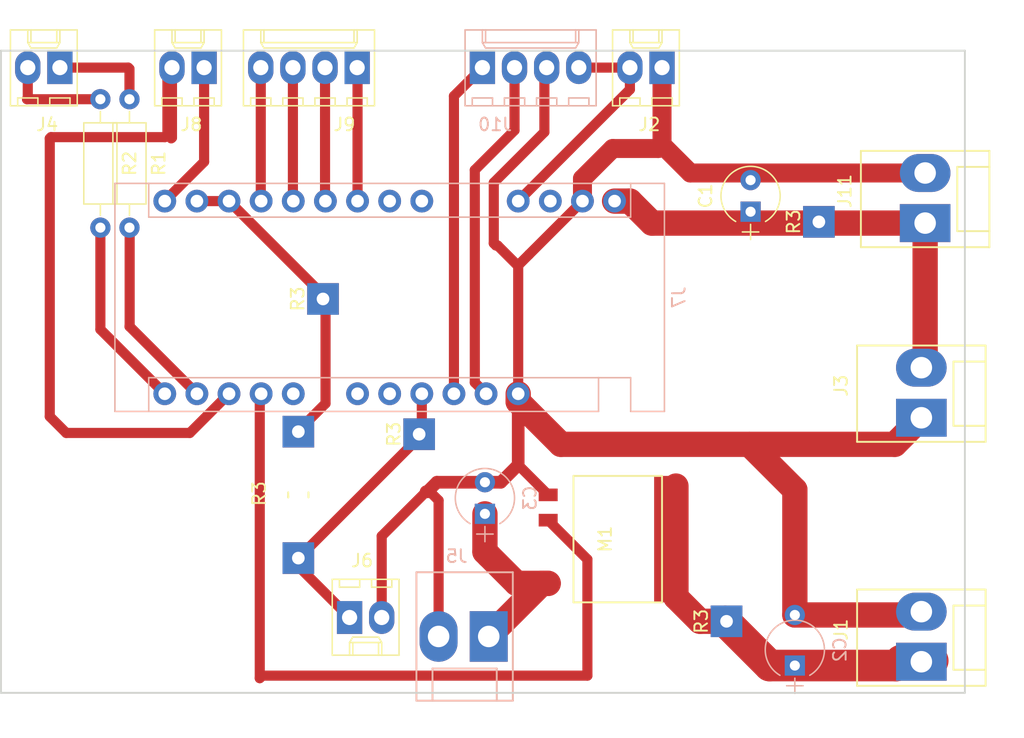
<source format=kicad_pcb>
(kicad_pcb (version 4) (host pcbnew 4.0.6)

  (general
    (links 38)
    (no_connects 13)
    (area 78.664999 82.425 159.66 140.62024)
    (thickness 1.6)
    (drawings 4)
    (tracks 124)
    (zones 0)
    (modules 22)
    (nets 20)
  )

  (page A4)
  (layers
    (0 F.Cu signal)
    (31 B.Cu signal)
    (32 B.Adhes user)
    (33 F.Adhes user)
    (34 B.Paste user)
    (35 F.Paste user)
    (36 B.SilkS user)
    (37 F.SilkS user)
    (38 B.Mask user)
    (39 F.Mask user)
    (40 Dwgs.User user)
    (41 Cmts.User user)
    (42 Eco1.User user)
    (43 Eco2.User user)
    (44 Edge.Cuts user)
    (45 Margin user)
    (46 B.CrtYd user)
    (47 F.CrtYd user)
    (48 B.Fab user)
    (49 F.Fab user)
  )

  (setup
    (last_trace_width 2)
    (trace_clearance 0)
    (zone_clearance 0.508)
    (zone_45_only no)
    (trace_min 0.2)
    (segment_width 0.2)
    (edge_width 0.15)
    (via_size 0.6)
    (via_drill 0.4)
    (via_min_size 0.4)
    (via_min_drill 0.3)
    (uvia_size 0.3)
    (uvia_drill 0.1)
    (uvias_allowed no)
    (uvia_min_size 0.2)
    (uvia_min_drill 0.1)
    (pcb_text_width 0.3)
    (pcb_text_size 1.5 1.5)
    (mod_edge_width 0.15)
    (mod_text_size 1 1)
    (mod_text_width 0.15)
    (pad_size 1 1.5)
    (pad_drill 0)
    (pad_to_mask_clearance 0.2)
    (aux_axis_origin 0 0)
    (visible_elements 7FFFF7FF)
    (pcbplotparams
      (layerselection 0x3ffff_80000001)
      (usegerberextensions false)
      (excludeedgelayer true)
      (linewidth 0.100000)
      (plotframeref false)
      (viasonmask false)
      (mode 1)
      (useauxorigin false)
      (hpglpennumber 1)
      (hpglpenspeed 20)
      (hpglpendiameter 15)
      (hpglpenoverlay 2)
      (psnegative false)
      (psa4output false)
      (plotreference false)
      (plotvalue false)
      (plotinvisibletext false)
      (padsonsilk false)
      (subtractmaskfromsilk false)
      (outputformat 4)
      (mirror false)
      (drillshape 0)
      (scaleselection 1)
      (outputdirectory ""))
  )

  (net 0 "")
  (net 1 GND)
  (net 2 "Net-(J7-PadA1)")
  (net 3 "Net-(J4-Pad1)")
  (net 4 "Net-(J4-Pad2)")
  (net 5 "Net-(J7-PadA3)")
  (net 6 +24V)
  (net 7 "Net-(J6-Pad1)")
  (net 8 "Net-(J7-PadA0)")
  (net 9 "Net-(J10-Pad1)")
  (net 10 "Net-(J7-PadA2)")
  (net 11 "Net-(J10-Pad2)")
  (net 12 "Net-(J7-PadD11)")
  (net 13 "Net-(J7-PadD12)")
  (net 14 "Net-(J7-Pad3.3V)")
  (net 15 +5V)
  (net 16 "Net-(J7-PadD4)")
  (net 17 "Net-(J7-PadA5)")
  (net 18 "Net-(C1-Pad1)")
  (net 19 +12V)

  (net_class Default "This is the default net class."
    (clearance 0)
    (trace_width 2)
    (via_dia 0.6)
    (via_drill 0.4)
    (uvia_dia 0.3)
    (uvia_drill 0.1)
    (add_net +12V)
    (add_net +24V)
    (add_net +5V)
    (add_net GND)
    (add_net "Net-(C1-Pad1)")
    (add_net "Net-(J10-Pad1)")
    (add_net "Net-(J10-Pad2)")
    (add_net "Net-(J4-Pad1)")
    (add_net "Net-(J4-Pad2)")
    (add_net "Net-(J6-Pad1)")
    (add_net "Net-(J7-Pad3.3V)")
    (add_net "Net-(J7-PadA0)")
    (add_net "Net-(J7-PadA1)")
    (add_net "Net-(J7-PadA2)")
    (add_net "Net-(J7-PadA3)")
    (add_net "Net-(J7-PadA5)")
    (add_net "Net-(J7-PadD11)")
    (add_net "Net-(J7-PadD12)")
    (add_net "Net-(J7-PadD4)")
  )

  (net_class +24V ""
    (clearance 0)
    (trace_width 1.5)
    (via_dia 0.6)
    (via_drill 0.4)
    (uvia_dia 0.3)
    (uvia_drill 0.1)
  )

  (module Resistors_Universal:Resistor_SMD+THTuniversal_0805to1206_RM10_HandSoldering (layer F.Cu) (tedit 599B0172) (tstamp 59A2C925)
    (at 111.8 111.7 90)
    (descr "Resistor, SMD and THT, universal, 0805 to 1206,RM10,  Hand soldering,")
    (tags "Resistor, SMD and THT, universal, 0805 to 1206, RM10, Hand soldering,")
    (path /5991FC7B)
    (fp_text reference R3 (at -5 -2 90) (layer F.SilkS)
      (effects (font (size 1 1) (thickness 0.15)))
    )
    (fp_text value "" (at -0.39878 2.70116 90) (layer F.Fab)
      (effects (font (size 1 1) (thickness 0.15)))
    )
    (pad 1 thru_hole rect (at -5.00126 0 270) (size 2.5 2.5) (drill 1.00076) (layers *.Cu *.Mask)
      (net 7 "Net-(J6-Pad1)"))
  )

  (module Resistors_Universal:Resistor_SMD+THTuniversal_0805to1206_RM10_HandSoldering (layer F.Cu) (tedit 599B0172) (tstamp 59A2C91E)
    (at 104.2 101 90)
    (descr "Resistor, SMD and THT, universal, 0805 to 1206,RM10,  Hand soldering,")
    (tags "Resistor, SMD and THT, universal, 0805 to 1206, RM10, Hand soldering,")
    (path /5991FC7B)
    (fp_text reference R3 (at -5 -2 90) (layer F.SilkS)
      (effects (font (size 1 1) (thickness 0.15)))
    )
    (fp_text value "" (at -0.39878 2.70116 90) (layer F.Fab)
      (effects (font (size 1 1) (thickness 0.15)))
    )
    (pad 1 thru_hole rect (at -5.00126 0 270) (size 2.5 2.5) (drill 1.00076) (layers *.Cu *.Mask)
      (net 7 "Net-(J6-Pad1)"))
  )

  (module Resistors_Universal:Resistor_SMD+THTuniversal_0805to1206_RM10_HandSoldering (layer F.Cu) (tedit 599B0172) (tstamp 59A2C914)
    (at 136.1 126.5 90)
    (descr "Resistor, SMD and THT, universal, 0805 to 1206,RM10,  Hand soldering,")
    (tags "Resistor, SMD and THT, universal, 0805 to 1206, RM10, Hand soldering,")
    (path /5991FC7B)
    (fp_text reference R3 (at -5 -2 90) (layer F.SilkS)
      (effects (font (size 1 1) (thickness 0.15)))
    )
    (fp_text value "" (at -0.39878 2.70116 90) (layer F.Fab)
      (effects (font (size 1 1) (thickness 0.15)))
    )
    (pad 1 thru_hole rect (at -5.00126 0 270) (size 2.5 2.5) (drill 1.00076) (layers *.Cu *.Mask)
      (net 7 "Net-(J6-Pad1)"))
  )

  (module Resistors_Universal:Resistor_SMD+THTuniversal_0805to1206_RM10_HandSoldering (layer F.Cu) (tedit 599B0143) (tstamp 59A2C8B8)
    (at 143.4 94.9 90)
    (descr "Resistor, SMD and THT, universal, 0805 to 1206,RM10,  Hand soldering,")
    (tags "Resistor, SMD and THT, universal, 0805 to 1206, RM10, Hand soldering,")
    (path /5991FC7B)
    (fp_text reference R3 (at -5 -2 90) (layer F.SilkS)
      (effects (font (size 1 1) (thickness 0.15)))
    )
    (fp_text value 50k (at -0.39878 2.70116 90) (layer F.Fab)
      (effects (font (size 1 1) (thickness 0.15)))
    )
    (pad 1 thru_hole rect (at -5.00126 0 270) (size 2.5 2.5) (drill 1.00076) (layers *.Cu *.Mask)
      (net 7 "Net-(J6-Pad1)"))
  )

  (module Capacitors_THT:CP_Radial_Tantal_D4.5mm_P2.50mm (layer B.Cu) (tedit 59972861) (tstamp 59931939)
    (at 141.5 135 90)
    (descr "CP, Radial_Tantal series, Radial, pin pitch=2.50mm, , diameter=4.5mm, Tantal Electrolytic Capacitor, http://cdn-reichelt.de/documents/datenblatt/B300/TANTAL-TB-Serie%23.pdf")
    (tags "CP Radial_Tantal series Radial pin pitch 2.50mm  diameter 4.5mm Tantal Electrolytic Capacitor")
    (path /5993144A)
    (fp_text reference C2 (at 1.25 3.56 90) (layer B.SilkS)
      (effects (font (size 1 1) (thickness 0.15)) (justify mirror))
    )
    (fp_text value CP1 (at 1.25 -3.56 90) (layer B.Fab)
      (effects (font (size 1 1) (thickness 0.15)) (justify mirror))
    )
    (fp_arc (start 1.25 0) (end -0.770693 1.18) (angle -119.4) (layer B.SilkS) (width 0.12))
    (fp_arc (start 1.25 0) (end -0.770693 -1.18) (angle 119.4) (layer B.SilkS) (width 0.12))
    (fp_arc (start 1.25 0) (end 3.270693 1.18) (angle -60.6) (layer B.SilkS) (width 0.12))
    (fp_circle (center 1.25 0) (end 3.5 0) (layer B.Fab) (width 0.1))
    (fp_line (start -2.2 0) (end -1 0) (layer B.Fab) (width 0.1))
    (fp_line (start -1.6 0.65) (end -1.6 -0.65) (layer B.Fab) (width 0.1))
    (fp_line (start -2.2 0) (end -1 0) (layer B.SilkS) (width 0.12))
    (fp_line (start -1.6 0.65) (end -1.6 -0.65) (layer B.SilkS) (width 0.12))
    (fp_line (start -1.35 2.6) (end -1.35 -2.6) (layer B.CrtYd) (width 0.05))
    (fp_line (start -1.35 -2.6) (end 3.85 -2.6) (layer B.CrtYd) (width 0.05))
    (fp_line (start 3.85 -2.6) (end 3.85 2.6) (layer B.CrtYd) (width 0.05))
    (fp_line (start 3.85 2.6) (end -1.35 2.6) (layer B.CrtYd) (width 0.05))
    (fp_text user %R (at 0.67 -0.65 90) (layer B.Fab)
      (effects (font (size 1 1) (thickness 0.15)) (justify mirror))
    )
    (pad 1 thru_hole rect (at 0 0 90) (size 1.6 1.6) (drill 0.8) (layers *.Cu *.Mask)
      (net 6 +24V))
    (pad 2 thru_hole circle (at 4 0 90) (size 1.6 1.6) (drill 0.8) (layers *.Cu *.Mask)
      (net 1 GND))
    (model ${KISYS3DMOD}/Capacitors_THT.3dshapes/CP_Radial_Tantal_D4.5mm_P2.50mm.wrl
      (at (xyz 0 0 0))
      (scale (xyz 1 1 1))
      (rotate (xyz 0 0 0))
    )
  )

  (module Modules:Arduino_Nano (layer B.Cu) (tedit 59C5582F) (tstamp 59931A9B)
    (at 127.25 113.5 90)
    (descr "Arduino Nano, http://www.mouser.com/pdfdocs/Gravitech_Arduino_Nano3_0.pdf")
    (tags "Arduino Nano")
    (path /5991E2A5)
    (fp_text reference J7 (at 7.62 5.08 90) (layer B.SilkS)
      (effects (font (size 1 1) (thickness 0.15)) (justify mirror))
    )
    (fp_text value "Arduino Micro" (at 8.89 -19.05 360) (layer B.Fab)
      (effects (font (size 1 1) (thickness 0.15)) (justify mirror))
    )
    (fp_text user %R (at 6.35 -19.05 360) (layer B.Fab)
      (effects (font (size 1 1) (thickness 0.15)) (justify mirror))
    )
    (fp_line (start 1.27 -1.27) (end 1.27 1.27) (layer B.SilkS) (width 0.12))
    (fp_line (start 1.27 1.27) (end -1.4 1.27) (layer B.SilkS) (width 0.12))
    (fp_line (start -1.4 -1.27) (end -1.4 -39.5) (layer B.SilkS) (width 0.12))
    (fp_line (start -1.4 3.94) (end -1.4 1.27) (layer B.SilkS) (width 0.12))
    (fp_line (start 13.97 1.27) (end 16.64 1.27) (layer B.SilkS) (width 0.12))
    (fp_line (start 13.97 1.27) (end 13.97 -36.83) (layer B.SilkS) (width 0.12))
    (fp_line (start 13.97 -36.83) (end 16.64 -36.83) (layer B.SilkS) (width 0.12))
    (fp_line (start 1.27 -1.27) (end -1.4 -1.27) (layer B.SilkS) (width 0.12))
    (fp_line (start 1.27 -1.27) (end 1.27 -36.83) (layer B.SilkS) (width 0.12))
    (fp_line (start 1.27 -36.83) (end -1.4 -36.83) (layer B.SilkS) (width 0.12))
    (fp_line (start 3.81 -31.75) (end 11.43 -31.75) (layer B.Fab) (width 0.1))
    (fp_line (start 11.43 -31.75) (end 11.43 -41.91) (layer B.Fab) (width 0.1))
    (fp_line (start 11.43 -41.91) (end 3.81 -41.91) (layer B.Fab) (width 0.1))
    (fp_line (start 3.81 -41.91) (end 3.81 -31.75) (layer B.Fab) (width 0.1))
    (fp_line (start -1.4 -39.5) (end 16.64 -39.5) (layer B.SilkS) (width 0.12))
    (fp_line (start 16.64 -39.5) (end 16.64 3.94) (layer B.SilkS) (width 0.12))
    (fp_line (start 16.64 3.94) (end -1.4 3.94) (layer B.SilkS) (width 0.12))
    (fp_line (start 16.51 -39.37) (end -1.27 -39.37) (layer B.Fab) (width 0.1))
    (fp_line (start -1.27 -39.37) (end -1.27 2.54) (layer B.Fab) (width 0.1))
    (fp_line (start -1.27 2.54) (end 0 3.81) (layer B.Fab) (width 0.1))
    (fp_line (start 0 3.81) (end 16.51 3.81) (layer B.Fab) (width 0.1))
    (fp_line (start 16.51 3.81) (end 16.51 -39.37) (layer B.Fab) (width 0.1))
    (fp_line (start -1.53 4.06) (end 16.75 4.06) (layer B.CrtYd) (width 0.05))
    (fp_line (start -1.53 4.06) (end -1.53 -42.16) (layer B.CrtYd) (width 0.05))
    (fp_line (start 16.75 -42.16) (end 16.75 4.06) (layer B.CrtYd) (width 0.05))
    (fp_line (start 16.75 -42.16) (end -1.53 -42.16) (layer B.CrtYd) (width 0.05))
    (pad 3.3V thru_hole oval (at 15.24 -33.02 90) (size 1.8 1.8) (drill 1) (layers *.Cu *.Mask)
      (net 14 "Net-(J7-Pad3.3V)"))
    (pad AREF thru_hole oval (at 15.24 -30.48 90) (size 1.8 1.8) (drill 1) (layers *.Cu *.Mask)
      (net 14 "Net-(J7-Pad3.3V)"))
    (pad A0 thru_hole oval (at 15.24 -27.94 90) (size 1.8 1.8) (drill 1) (layers *.Cu *.Mask)
      (net 8 "Net-(J7-PadA0)"))
    (pad GND thru_hole oval (at 0 -7.62 90) (size 1.8 1.8) (drill 1) (layers *.Cu *.Mask)
      (net 1 GND))
    (pad A1 thru_hole oval (at 15.24 -25.4 90) (size 1.8 1.8) (drill 1) (layers *.Cu *.Mask)
      (net 2 "Net-(J7-PadA1)"))
    (pad SDA thru_hole oval (at 0 -10.16 90) (size 1.8 1.8) (drill 1) (layers *.Cu *.Mask)
      (net 9 "Net-(J10-Pad1)"))
    (pad A2 thru_hole oval (at 15.24 -22.86 90) (size 1.8 1.8) (drill 1) (layers *.Cu *.Mask)
      (net 10 "Net-(J7-PadA2)"))
    (pad SCL thru_hole oval (at 0 -12.7 90) (size 1.8 1.8) (drill 1) (layers *.Cu *.Mask)
      (net 11 "Net-(J10-Pad2)"))
    (pad A3 thru_hole oval (at 15.24 -20.32 90) (size 1.8 1.8) (drill 1) (layers *.Cu *.Mask)
      (net 5 "Net-(J7-PadA3)"))
    (pad D4 thru_hole oval (at 0 -15.24 90) (size 1.8 1.8) (drill 1) (layers *.Cu *.Mask)
      (net 16 "Net-(J7-PadD4)"))
    (pad A4 thru_hole oval (at 15.24 -17.78 90) (size 1.8 1.8) (drill 1) (layers *.Cu *.Mask)
      (net 7 "Net-(J6-Pad1)"))
    (pad D5 thru_hole oval (at 0 -17.78 90) (size 1.8 1.8) (drill 1) (layers *.Cu *.Mask))
    (pad A5 thru_hole oval (at 15.24 -15.24 90) (size 1.8 1.8) (drill 1) (layers *.Cu *.Mask)
      (net 17 "Net-(J7-PadA5)"))
    (pad D6 thru_hole oval (at 0 -20.32 90) (size 1.8 1.8) (drill 1) (layers *.Cu *.Mask))
    (pad D8 thru_hole oval (at 0 -25.4 90) (size 1.8 1.8) (drill 1) (layers *.Cu *.Mask))
    (pad 5v thru_hole oval (at 15.24 -7.62 90) (size 1.8 1.8) (drill 1) (layers *.Cu *.Mask))
    (pad D9 thru_hole oval (at 0 -27.94 90) (size 1.8 1.8) (drill 1) (layers *.Cu *.Mask))
    (pad RS thru_hole oval (at 15.24 -5.08 90) (size 1.8 1.8) (drill 1) (layers *.Cu *.Mask))
    (pad D10 thru_hole oval (at 0 -30.48 90) (size 1.8 1.8) (drill 1) (layers *.Cu *.Mask))
    (pad GND thru_hole oval (at 15.24 -2.54 90) (size 1.8 1.8) (drill 1) (layers *.Cu *.Mask)
      (net 1 GND))
    (pad D11 thru_hole oval (at 0 -33.02 90) (size 1.8 1.8) (drill 1) (layers *.Cu *.Mask)
      (net 12 "Net-(J7-PadD11)"))
    (pad Vin thru_hole oval (at 15.24 0 90) (size 1.8 1.8) (drill 1) (layers *.Cu *.Mask)
      (net 19 +12V))
    (pad D12 thru_hole oval (at 0 -35.56 90) (size 1.8 1.8) (drill 1) (layers *.Cu *.Mask)
      (net 13 "Net-(J7-PadD12)"))
    (pad D13 thru_hole oval (at 15.24 -35.56 90) (size 1.8 1.8) (drill 1) (layers *.Cu *.Mask))
  )

  (module MyFootprints:VN750PT (layer F.Cu) (tedit 59C5583D) (tstamp 59931AE3)
    (at 128 125 270)
    (path /5991F16C)
    (fp_text reference M1 (at 0 1.5 270) (layer F.SilkS)
      (effects (font (size 1 1) (thickness 0.15)))
    )
    (fp_text value VN750PT (at 0 -0.54 270) (layer F.Fab)
      (effects (font (size 1 1) (thickness 0.15)))
    )
    (fp_line (start 5 4) (end 5 -3) (layer F.SilkS) (width 0.15))
    (fp_line (start 5 -3) (end -5 -3) (layer F.SilkS) (width 0.15))
    (fp_line (start -5 -3) (end -5 4) (layer F.SilkS) (width 0.15))
    (fp_line (start -5 4) (end 5 4) (layer F.SilkS) (width 0.15))
    (pad Vcc smd rect (at 0 -3 270) (size 10 1.25) (layers F.Cu F.Paste F.Mask))
    (pad GND smd rect (at -3.5 6 270) (size 1 1.5) (layers F.Cu F.Paste F.Mask))
    (pad Inpu smd rect (at -1.5 6 270) (size 1 1.5) (layers F.Cu F.Paste F.Mask))
    (pad Vout smd rect (at 3.5 6 270) (size 1 1.5) (layers F.Cu F.Paste F.Mask)
      (net 6 +24V))
  )

  (module Resistors_Universal:Resistor_SMD+THTuniversal_0805to1206_RM10_HandSoldering (layer F.Cu) (tedit 5995A818) (tstamp 59931B19)
    (at 102.25 121.5 90)
    (descr "Resistor, SMD and THT, universal, 0805 to 1206,RM10,  Hand soldering,")
    (tags "Resistor, SMD and THT, universal, 0805 to 1206, RM10, Hand soldering,")
    (path /5991FC7B)
    (fp_text reference R3 (at 0.09906 -3.0988 90) (layer F.SilkS)
      (effects (font (size 1 1) (thickness 0.15)))
    )
    (fp_text value 50k (at -0.39878 4.20116 90) (layer F.Fab)
      (effects (font (size 1 1) (thickness 0.15)))
    )
    (fp_line (start 0 0.8001) (end 0.20066 0.8001) (layer F.SilkS) (width 0.15))
    (fp_line (start 0 0.8001) (end -0.20066 0.8001) (layer F.SilkS) (width 0.15))
    (fp_line (start -0.09906 -0.8001) (end -0.20066 -0.8001) (layer F.SilkS) (width 0.15))
    (fp_line (start -0.20066 -0.8001) (end 0.20066 -0.8001) (layer F.SilkS) (width 0.15))
    (pad 1 thru_hole rect (at -5.00126 0 270) (size 2.5 2.5) (drill 1.00076) (layers *.Cu *.Mask)
      (net 7 "Net-(J6-Pad1)"))
    (pad 2 thru_hole rect (at 5.00126 0 270) (size 2.5 2.5) (drill 1.00076) (layers *.Cu *.Mask)
      (net 14 "Net-(J7-Pad3.3V)"))
  )

  (module Connectors_Molex:Molex_KK-41791-02_02x3.96mm_Straight (layer F.Cu) (tedit 599339D7) (tstamp 59931A1D)
    (at 151.5 134.7 90)
    (descr "Connector Headers with Friction Lock, 26-60-4020, http://www.molex.com/pdm_docs/sd/026604020_sd.pdf")
    (tags "connector molex kk_41791 26-60-4020")
    (path /59920050)
    (fp_text reference J1 (at 2.54 -6.35 90) (layer F.SilkS)
      (effects (font (size 1 1) (thickness 0.15)))
    )
    (fp_text value "Boost-Converter Output" (at 3.175 6.985 90) (layer F.Fab)
      (effects (font (size 1 1) (thickness 0.15)))
    )
    (fp_line (start -2.5 -5.75) (end 6.25 -5.75) (layer F.CrtYd) (width 0.05))
    (fp_line (start 6.25 -5.75) (end 6.25 5.75) (layer F.CrtYd) (width 0.05))
    (fp_line (start 6.25 5.75) (end -2.5 5.75) (layer F.CrtYd) (width 0.05))
    (fp_line (start -2.5 5.75) (end -2.5 -5.75) (layer F.CrtYd) (width 0.05))
    (fp_text user %R (at 1.905 0 90) (layer F.Fab)
      (effects (font (size 1 1) (thickness 0.15)))
    )
    (fp_line (start -2.032 -5.207) (end 5.842 -5.207) (layer F.Fab) (width 0.15))
    (fp_line (start 5.842 -5.207) (end 5.842 5.207) (layer F.Fab) (width 0.15))
    (fp_line (start 5.842 5.207) (end -2.032 5.207) (layer F.Fab) (width 0.15))
    (fp_line (start -2.032 5.207) (end -2.032 -5.207) (layer F.Fab) (width 0.15))
    (fp_line (start -0.635 5.08) (end -0.635 2.54) (layer F.SilkS) (width 0.15))
    (fp_line (start -0.635 2.54) (end 4.445 2.54) (layer F.SilkS) (width 0.15))
    (fp_line (start 4.445 2.54) (end 4.445 5.08) (layer F.SilkS) (width 0.15))
    (fp_line (start 5.715 5.08) (end -1.905 5.08) (layer F.SilkS) (width 0.15))
    (fp_line (start -1.905 5.08) (end -1.905 -5.08) (layer F.SilkS) (width 0.15))
    (fp_line (start -1.905 -5.08) (end 5.715 -5.08) (layer F.SilkS) (width 0.15))
    (fp_line (start 5.715 -5.08) (end 5.715 5.08) (layer F.SilkS) (width 0.15))
    (pad 1 thru_hole rect (at 0 0 90) (size 3 4) (drill 1.7) (layers *.Cu *.Mask)
      (net 6 +24V))
    (pad 2 thru_hole oval (at 3.9624 0 90) (size 3 4) (drill 1.7) (layers *.Cu *.Mask)
      (net 1 GND))
  )

  (module Connectors_Molex:Molex_KK-41791-02_02x3.96mm_Straight (layer B.Cu) (tedit 5995A4C3) (tstamp 59931A33)
    (at 117.3 132.7 180)
    (descr "Connector Headers with Friction Lock, 26-60-4020, http://www.molex.com/pdm_docs/sd/026604020_sd.pdf")
    (tags "connector molex kk_41791 26-60-4020")
    (path /59920556)
    (fp_text reference J5 (at 2.54 6.35 180) (layer B.SilkS)
      (effects (font (size 1 1) (thickness 0.15)) (justify mirror))
    )
    (fp_text value OtterPower (at 3.175 -6.985 180) (layer B.Fab)
      (effects (font (size 1 1) (thickness 0.15)) (justify mirror))
    )
    (fp_line (start -2.5 5.75) (end 6.25 5.75) (layer B.CrtYd) (width 0.05))
    (fp_line (start 6.25 5.75) (end 6.25 -5.75) (layer B.CrtYd) (width 0.05))
    (fp_line (start 6.25 -5.75) (end -2.5 -5.75) (layer B.CrtYd) (width 0.05))
    (fp_line (start -2.5 -5.75) (end -2.5 5.75) (layer B.CrtYd) (width 0.05))
    (fp_text user %R (at 1.905 0 180) (layer B.Fab)
      (effects (font (size 1 1) (thickness 0.15)) (justify mirror))
    )
    (fp_line (start -2.032 5.207) (end 5.842 5.207) (layer B.Fab) (width 0.15))
    (fp_line (start 5.842 5.207) (end 5.842 -5.207) (layer B.Fab) (width 0.15))
    (fp_line (start 5.842 -5.207) (end -2.032 -5.207) (layer B.Fab) (width 0.15))
    (fp_line (start -2.032 -5.207) (end -2.032 5.207) (layer B.Fab) (width 0.15))
    (fp_line (start -0.635 -5.08) (end -0.635 -2.54) (layer B.SilkS) (width 0.15))
    (fp_line (start -0.635 -2.54) (end 4.445 -2.54) (layer B.SilkS) (width 0.15))
    (fp_line (start 4.445 -2.54) (end 4.445 -5.08) (layer B.SilkS) (width 0.15))
    (fp_line (start 5.715 -5.08) (end -1.905 -5.08) (layer B.SilkS) (width 0.15))
    (fp_line (start -1.905 -5.08) (end -1.905 5.08) (layer B.SilkS) (width 0.15))
    (fp_line (start -1.905 5.08) (end 5.715 5.08) (layer B.SilkS) (width 0.15))
    (fp_line (start 5.715 5.08) (end 5.715 -5.08) (layer B.SilkS) (width 0.15))
    (pad 1 thru_hole rect (at 0 0 180) (size 3 4) (drill 1.7) (layers *.Cu *.Mask)
      (net 18 "Net-(C1-Pad1)"))
    (pad 2 thru_hole oval (at 3.9624 0 180) (size 3 4) (drill 1.7) (layers *.Cu *.Mask)
      (net 1 GND))
  )

  (module Capacitors_THT:CP_Radial_Tantal_D4.5mm_P2.50mm (layer B.Cu) (tedit 59972632) (tstamp 59931A07)
    (at 117 123 90)
    (descr "CP, Radial_Tantal series, Radial, pin pitch=2.50mm, , diameter=4.5mm, Tantal Electrolytic Capacitor, http://cdn-reichelt.de/documents/datenblatt/B300/TANTAL-TB-Serie%23.pdf")
    (tags "CP Radial_Tantal series Radial pin pitch 2.50mm  diameter 4.5mm Tantal Electrolytic Capacitor")
    (path /5993157A)
    (fp_text reference C3 (at 1.25 3.56 90) (layer B.SilkS)
      (effects (font (size 1 1) (thickness 0.15)) (justify mirror))
    )
    (fp_text value CP1 (at 1.25 -3.56 90) (layer B.Fab)
      (effects (font (size 1 1) (thickness 0.15)) (justify mirror))
    )
    (fp_arc (start 1.25 0) (end -0.770693 1.18) (angle -119.4) (layer B.SilkS) (width 0.12))
    (fp_arc (start 1.25 0) (end -0.770693 -1.18) (angle 119.4) (layer B.SilkS) (width 0.12))
    (fp_arc (start 1.25 0) (end 3.270693 1.18) (angle -60.6) (layer B.SilkS) (width 0.12))
    (fp_circle (center 1.25 0) (end 3.5 0) (layer B.Fab) (width 0.1))
    (fp_line (start -2.2 0) (end -1 0) (layer B.Fab) (width 0.1))
    (fp_line (start -1.6 0.65) (end -1.6 -0.65) (layer B.Fab) (width 0.1))
    (fp_line (start -2.2 0) (end -1 0) (layer B.SilkS) (width 0.12))
    (fp_line (start -1.6 0.65) (end -1.6 -0.65) (layer B.SilkS) (width 0.12))
    (fp_line (start -1.35 2.6) (end -1.35 -2.6) (layer B.CrtYd) (width 0.05))
    (fp_line (start -1.35 -2.6) (end 3.85 -2.6) (layer B.CrtYd) (width 0.05))
    (fp_line (start 3.85 -2.6) (end 3.85 2.6) (layer B.CrtYd) (width 0.05))
    (fp_line (start 3.85 2.6) (end -1.35 2.6) (layer B.CrtYd) (width 0.05))
    (fp_text user %R (at 1.25 0 90) (layer B.Fab)
      (effects (font (size 1 1) (thickness 0.15)) (justify mirror))
    )
    (pad + thru_hole rect (at 0 0 90) (size 1.6 1.6) (drill 0.8) (layers *.Cu *.Mask)
      (net 6 +24V))
    (pad 2 thru_hole circle (at 2.5 0 90) (size 1.6 1.6) (drill 0.8) (layers *.Cu *.Mask)
      (net 1 GND))
    (model ${KISYS3DMOD}/Capacitors_THT.3dshapes/CP_Radial_Tantal_D4.5mm_P2.50mm.wrl
      (at (xyz 0 0 0))
      (scale (xyz 1 1 1))
      (rotate (xyz 0 0 0))
    )
  )

  (module Connectors_Molex:Molex_KK-6410-02_02x2.54mm_Straight (layer F.Cu) (tedit 58EE6EE4) (tstamp 599346AB)
    (at 131 87.7 180)
    (descr "Connector Headers with Friction Lock, 22-27-2021, http://www.molex.com/pdm_docs/sd/022272021_sd.pdf")
    (tags "connector molex kk_6410 22-27-2021")
    (path /59936CE5)
    (fp_text reference J2 (at 1 -4.5 180) (layer F.SilkS)
      (effects (font (size 1 1) (thickness 0.15)))
    )
    (fp_text value "GND 5V Connector" (at 1.27 4.5 180) (layer F.Fab)
      (effects (font (size 1 1) (thickness 0.15)))
    )
    (fp_line (start -1.47 -3.12) (end -1.47 3.08) (layer F.Fab) (width 0.12))
    (fp_line (start -1.47 3.08) (end 4.01 3.08) (layer F.Fab) (width 0.12))
    (fp_line (start 4.01 3.08) (end 4.01 -3.12) (layer F.Fab) (width 0.12))
    (fp_line (start 4.01 -3.12) (end -1.47 -3.12) (layer F.Fab) (width 0.12))
    (fp_line (start -1.37 -3.02) (end -1.37 2.98) (layer F.SilkS) (width 0.12))
    (fp_line (start -1.37 2.98) (end 3.91 2.98) (layer F.SilkS) (width 0.12))
    (fp_line (start 3.91 2.98) (end 3.91 -3.02) (layer F.SilkS) (width 0.12))
    (fp_line (start 3.91 -3.02) (end -1.37 -3.02) (layer F.SilkS) (width 0.12))
    (fp_line (start 0 2.98) (end 0 1.98) (layer F.SilkS) (width 0.12))
    (fp_line (start 0 1.98) (end 2.54 1.98) (layer F.SilkS) (width 0.12))
    (fp_line (start 2.54 1.98) (end 2.54 2.98) (layer F.SilkS) (width 0.12))
    (fp_line (start 0 1.98) (end 0.25 1.55) (layer F.SilkS) (width 0.12))
    (fp_line (start 0.25 1.55) (end 2.29 1.55) (layer F.SilkS) (width 0.12))
    (fp_line (start 2.29 1.55) (end 2.54 1.98) (layer F.SilkS) (width 0.12))
    (fp_line (start 0.25 2.98) (end 0.25 1.98) (layer F.SilkS) (width 0.12))
    (fp_line (start 2.29 2.98) (end 2.29 1.98) (layer F.SilkS) (width 0.12))
    (fp_line (start -0.8 -3.02) (end -0.8 -2.4) (layer F.SilkS) (width 0.12))
    (fp_line (start -0.8 -2.4) (end 0.8 -2.4) (layer F.SilkS) (width 0.12))
    (fp_line (start 0.8 -2.4) (end 0.8 -3.02) (layer F.SilkS) (width 0.12))
    (fp_line (start 1.74 -3.02) (end 1.74 -2.4) (layer F.SilkS) (width 0.12))
    (fp_line (start 1.74 -2.4) (end 3.34 -2.4) (layer F.SilkS) (width 0.12))
    (fp_line (start 3.34 -2.4) (end 3.34 -3.02) (layer F.SilkS) (width 0.12))
    (fp_line (start -1.9 3.5) (end -1.9 -3.55) (layer F.CrtYd) (width 0.05))
    (fp_line (start -1.9 -3.55) (end 4.45 -3.55) (layer F.CrtYd) (width 0.05))
    (fp_line (start 4.45 -3.55) (end 4.45 3.5) (layer F.CrtYd) (width 0.05))
    (fp_line (start 4.45 3.5) (end -1.9 3.5) (layer F.CrtYd) (width 0.05))
    (fp_text user %R (at 1.27 0 180) (layer F.Fab)
      (effects (font (size 1 1) (thickness 0.15)))
    )
    (pad 1 thru_hole rect (at 0 0 180) (size 2 2.6) (drill 1.2) (layers *.Cu *.Mask)
      (net 1 GND))
    (pad 2 thru_hole oval (at 2.54 0 180) (size 2 2.6) (drill 1.2) (layers *.Cu *.Mask)
      (net 15 +5V))
    (model ${KISYS3DMOD}/Connectors_Molex.3dshapes/Molex_KK-6410-02_02x2.54mm_Straight.wrl
      (at (xyz 0 0 0))
      (scale (xyz 1 1 1))
      (rotate (xyz 0 0 0))
    )
  )

  (module Connectors_Molex:Molex_KK-6410-04_04x2.54mm_Straight (layer B.Cu) (tedit 59959D59) (tstamp 599346DC)
    (at 116.8 87.7)
    (descr "Connector Headers with Friction Lock, 22-27-2041, http://www.molex.com/pdm_docs/sd/022272021_sd.pdf")
    (tags "connector molex kk_6410 22-27-2041")
    (path /599249A4)
    (fp_text reference J10 (at 1 4.5) (layer B.SilkS)
      (effects (font (size 1 1) (thickness 0.15)) (justify mirror))
    )
    (fp_text value 7-Seg (at 3.81 -4.5) (layer B.Fab)
      (effects (font (size 1 1) (thickness 0.15)) (justify mirror))
    )
    (fp_line (start -1.47 3.12) (end -1.47 -3.08) (layer B.Fab) (width 0.12))
    (fp_line (start -1.47 -3.08) (end 9.09 -3.08) (layer B.Fab) (width 0.12))
    (fp_line (start 9.09 -3.08) (end 9.09 3.12) (layer B.Fab) (width 0.12))
    (fp_line (start 9.09 3.12) (end -1.47 3.12) (layer B.Fab) (width 0.12))
    (fp_line (start -1.37 3.02) (end -1.37 -2.98) (layer B.SilkS) (width 0.12))
    (fp_line (start -1.37 -2.98) (end 8.99 -2.98) (layer B.SilkS) (width 0.12))
    (fp_line (start 8.99 -2.98) (end 8.99 3.02) (layer B.SilkS) (width 0.12))
    (fp_line (start 8.99 3.02) (end -1.37 3.02) (layer B.SilkS) (width 0.12))
    (fp_line (start 0 -2.98) (end 0 -1.98) (layer B.SilkS) (width 0.12))
    (fp_line (start 0 -1.98) (end 7.62 -1.98) (layer B.SilkS) (width 0.12))
    (fp_line (start 7.62 -1.98) (end 7.62 -2.98) (layer B.SilkS) (width 0.12))
    (fp_line (start 0 -1.98) (end 0.25 -1.55) (layer B.SilkS) (width 0.12))
    (fp_line (start 0.25 -1.55) (end 7.37 -1.55) (layer B.SilkS) (width 0.12))
    (fp_line (start 7.37 -1.55) (end 7.62 -1.98) (layer B.SilkS) (width 0.12))
    (fp_line (start 0.25 -2.98) (end 0.25 -1.98) (layer B.SilkS) (width 0.12))
    (fp_line (start 7.37 -2.98) (end 7.37 -1.98) (layer B.SilkS) (width 0.12))
    (fp_line (start -0.8 3.02) (end -0.8 2.4) (layer B.SilkS) (width 0.12))
    (fp_line (start -0.8 2.4) (end 0.8 2.4) (layer B.SilkS) (width 0.12))
    (fp_line (start 0.8 2.4) (end 0.8 3.02) (layer B.SilkS) (width 0.12))
    (fp_line (start 1.74 3.02) (end 1.74 2.4) (layer B.SilkS) (width 0.12))
    (fp_line (start 1.74 2.4) (end 3.34 2.4) (layer B.SilkS) (width 0.12))
    (fp_line (start 3.34 2.4) (end 3.34 3.02) (layer B.SilkS) (width 0.12))
    (fp_line (start 4.28 3.02) (end 4.28 2.4) (layer B.SilkS) (width 0.12))
    (fp_line (start 4.28 2.4) (end 5.88 2.4) (layer B.SilkS) (width 0.12))
    (fp_line (start 5.88 2.4) (end 5.88 3.02) (layer B.SilkS) (width 0.12))
    (fp_line (start 6.82 3.02) (end 6.82 2.4) (layer B.SilkS) (width 0.12))
    (fp_line (start 6.82 2.4) (end 8.42 2.4) (layer B.SilkS) (width 0.12))
    (fp_line (start 8.42 2.4) (end 8.42 3.02) (layer B.SilkS) (width 0.12))
    (fp_line (start -1.9 -3.5) (end -1.9 3.55) (layer B.CrtYd) (width 0.05))
    (fp_line (start -1.9 3.55) (end 9.5 3.55) (layer B.CrtYd) (width 0.05))
    (fp_line (start 9.5 3.55) (end 9.5 -3.5) (layer B.CrtYd) (width 0.05))
    (fp_line (start 9.5 -3.5) (end -1.9 -3.5) (layer B.CrtYd) (width 0.05))
    (fp_text user %R (at 3.81 0) (layer B.Fab)
      (effects (font (size 1 1) (thickness 0.15)) (justify mirror))
    )
    (pad 1 thru_hole rect (at 0 0) (size 2 2.6) (drill 1.2) (layers *.Cu *.Mask)
      (net 9 "Net-(J10-Pad1)"))
    (pad 2 thru_hole oval (at 2.54 0) (size 2 2.6) (drill 1.2) (layers *.Cu *.Mask)
      (net 11 "Net-(J10-Pad2)"))
    (pad 3 thru_hole oval (at 5.08 0) (size 2 2.6) (drill 1.2) (layers *.Cu *.Mask)
      (net 1 GND))
    (pad 4 thru_hole oval (at 7.62 0) (size 2 2.6) (drill 1.2) (layers *.Cu *.Mask)
      (net 15 +5V))
    (model ${KISYS3DMOD}/Connectors_Molex.3dshapes/Molex_KK-6410-04_04x2.54mm_Straight.wrl
      (at (xyz 0 0 0))
      (scale (xyz 1 1 1))
      (rotate (xyz 0 0 0))
    )
  )

  (module Connectors_Molex:Molex_KK-6410-04_04x2.54mm_Straight (layer F.Cu) (tedit 58EE6EE8) (tstamp 59931AD1)
    (at 106.9 87.7 180)
    (descr "Connector Headers with Friction Lock, 22-27-2041, http://www.molex.com/pdm_docs/sd/022272021_sd.pdf")
    (tags "connector molex kk_6410 22-27-2041")
    (path /59922939)
    (fp_text reference J9 (at 1 -4.5 180) (layer F.SilkS)
      (effects (font (size 1 1) (thickness 0.15)))
    )
    (fp_text value "Dome Switches" (at 3.81 4.5 180) (layer F.Fab)
      (effects (font (size 1 1) (thickness 0.15)))
    )
    (fp_line (start -1.47 -3.12) (end -1.47 3.08) (layer F.Fab) (width 0.12))
    (fp_line (start -1.47 3.08) (end 9.09 3.08) (layer F.Fab) (width 0.12))
    (fp_line (start 9.09 3.08) (end 9.09 -3.12) (layer F.Fab) (width 0.12))
    (fp_line (start 9.09 -3.12) (end -1.47 -3.12) (layer F.Fab) (width 0.12))
    (fp_line (start -1.37 -3.02) (end -1.37 2.98) (layer F.SilkS) (width 0.12))
    (fp_line (start -1.37 2.98) (end 8.99 2.98) (layer F.SilkS) (width 0.12))
    (fp_line (start 8.99 2.98) (end 8.99 -3.02) (layer F.SilkS) (width 0.12))
    (fp_line (start 8.99 -3.02) (end -1.37 -3.02) (layer F.SilkS) (width 0.12))
    (fp_line (start 0 2.98) (end 0 1.98) (layer F.SilkS) (width 0.12))
    (fp_line (start 0 1.98) (end 7.62 1.98) (layer F.SilkS) (width 0.12))
    (fp_line (start 7.62 1.98) (end 7.62 2.98) (layer F.SilkS) (width 0.12))
    (fp_line (start 0 1.98) (end 0.25 1.55) (layer F.SilkS) (width 0.12))
    (fp_line (start 0.25 1.55) (end 7.37 1.55) (layer F.SilkS) (width 0.12))
    (fp_line (start 7.37 1.55) (end 7.62 1.98) (layer F.SilkS) (width 0.12))
    (fp_line (start 0.25 2.98) (end 0.25 1.98) (layer F.SilkS) (width 0.12))
    (fp_line (start 7.37 2.98) (end 7.37 1.98) (layer F.SilkS) (width 0.12))
    (fp_line (start -0.8 -3.02) (end -0.8 -2.4) (layer F.SilkS) (width 0.12))
    (fp_line (start -0.8 -2.4) (end 0.8 -2.4) (layer F.SilkS) (width 0.12))
    (fp_line (start 0.8 -2.4) (end 0.8 -3.02) (layer F.SilkS) (width 0.12))
    (fp_line (start 1.74 -3.02) (end 1.74 -2.4) (layer F.SilkS) (width 0.12))
    (fp_line (start 1.74 -2.4) (end 3.34 -2.4) (layer F.SilkS) (width 0.12))
    (fp_line (start 3.34 -2.4) (end 3.34 -3.02) (layer F.SilkS) (width 0.12))
    (fp_line (start 4.28 -3.02) (end 4.28 -2.4) (layer F.SilkS) (width 0.12))
    (fp_line (start 4.28 -2.4) (end 5.88 -2.4) (layer F.SilkS) (width 0.12))
    (fp_line (start 5.88 -2.4) (end 5.88 -3.02) (layer F.SilkS) (width 0.12))
    (fp_line (start 6.82 -3.02) (end 6.82 -2.4) (layer F.SilkS) (width 0.12))
    (fp_line (start 6.82 -2.4) (end 8.42 -2.4) (layer F.SilkS) (width 0.12))
    (fp_line (start 8.42 -2.4) (end 8.42 -3.02) (layer F.SilkS) (width 0.12))
    (fp_line (start -1.9 3.5) (end -1.9 -3.55) (layer F.CrtYd) (width 0.05))
    (fp_line (start -1.9 -3.55) (end 9.5 -3.55) (layer F.CrtYd) (width 0.05))
    (fp_line (start 9.5 -3.55) (end 9.5 3.5) (layer F.CrtYd) (width 0.05))
    (fp_line (start 9.5 3.5) (end -1.9 3.5) (layer F.CrtYd) (width 0.05))
    (fp_text user %R (at 3.81 0 180) (layer F.Fab)
      (effects (font (size 1 1) (thickness 0.15)))
    )
    (pad 1 thru_hole rect (at 0 0 180) (size 2 2.6) (drill 1.2) (layers *.Cu *.Mask)
      (net 5 "Net-(J7-PadA3)"))
    (pad 2 thru_hole oval (at 2.54 0 180) (size 2 2.6) (drill 1.2) (layers *.Cu *.Mask)
      (net 10 "Net-(J7-PadA2)"))
    (pad 3 thru_hole oval (at 5.08 0 180) (size 2 2.6) (drill 1.2) (layers *.Cu *.Mask)
      (net 2 "Net-(J7-PadA1)"))
    (pad 4 thru_hole oval (at 7.62 0 180) (size 2 2.6) (drill 1.2) (layers *.Cu *.Mask)
      (net 8 "Net-(J7-PadA0)"))
    (model ${KISYS3DMOD}/Connectors_Molex.3dshapes/Molex_KK-6410-04_04x2.54mm_Straight.wrl
      (at (xyz 0 0 0))
      (scale (xyz 1 1 1))
      (rotate (xyz 0 0 0))
    )
  )

  (module Connectors_Molex:Molex_KK-6410-02_02x2.54mm_Straight (layer F.Cu) (tedit 58EE6EE4) (tstamp 59957DC8)
    (at 94.8 87.7 180)
    (descr "Connector Headers with Friction Lock, 22-27-2021, http://www.molex.com/pdm_docs/sd/022272021_sd.pdf")
    (tags "connector molex kk_6410 22-27-2021")
    (path /599471D6)
    (fp_text reference J8 (at 1 -4.5 180) (layer F.SilkS)
      (effects (font (size 1 1) (thickness 0.15)))
    )
    (fp_text value "Buzzer Connector" (at 1.27 4.5 180) (layer F.Fab)
      (effects (font (size 1 1) (thickness 0.15)))
    )
    (fp_line (start -1.47 -3.12) (end -1.47 3.08) (layer F.Fab) (width 0.12))
    (fp_line (start -1.47 3.08) (end 4.01 3.08) (layer F.Fab) (width 0.12))
    (fp_line (start 4.01 3.08) (end 4.01 -3.12) (layer F.Fab) (width 0.12))
    (fp_line (start 4.01 -3.12) (end -1.47 -3.12) (layer F.Fab) (width 0.12))
    (fp_line (start -1.37 -3.02) (end -1.37 2.98) (layer F.SilkS) (width 0.12))
    (fp_line (start -1.37 2.98) (end 3.91 2.98) (layer F.SilkS) (width 0.12))
    (fp_line (start 3.91 2.98) (end 3.91 -3.02) (layer F.SilkS) (width 0.12))
    (fp_line (start 3.91 -3.02) (end -1.37 -3.02) (layer F.SilkS) (width 0.12))
    (fp_line (start 0 2.98) (end 0 1.98) (layer F.SilkS) (width 0.12))
    (fp_line (start 0 1.98) (end 2.54 1.98) (layer F.SilkS) (width 0.12))
    (fp_line (start 2.54 1.98) (end 2.54 2.98) (layer F.SilkS) (width 0.12))
    (fp_line (start 0 1.98) (end 0.25 1.55) (layer F.SilkS) (width 0.12))
    (fp_line (start 0.25 1.55) (end 2.29 1.55) (layer F.SilkS) (width 0.12))
    (fp_line (start 2.29 1.55) (end 2.54 1.98) (layer F.SilkS) (width 0.12))
    (fp_line (start 0.25 2.98) (end 0.25 1.98) (layer F.SilkS) (width 0.12))
    (fp_line (start 2.29 2.98) (end 2.29 1.98) (layer F.SilkS) (width 0.12))
    (fp_line (start -0.8 -3.02) (end -0.8 -2.4) (layer F.SilkS) (width 0.12))
    (fp_line (start -0.8 -2.4) (end 0.8 -2.4) (layer F.SilkS) (width 0.12))
    (fp_line (start 0.8 -2.4) (end 0.8 -3.02) (layer F.SilkS) (width 0.12))
    (fp_line (start 1.74 -3.02) (end 1.74 -2.4) (layer F.SilkS) (width 0.12))
    (fp_line (start 1.74 -2.4) (end 3.34 -2.4) (layer F.SilkS) (width 0.12))
    (fp_line (start 3.34 -2.4) (end 3.34 -3.02) (layer F.SilkS) (width 0.12))
    (fp_line (start -1.9 3.5) (end -1.9 -3.55) (layer F.CrtYd) (width 0.05))
    (fp_line (start -1.9 -3.55) (end 4.45 -3.55) (layer F.CrtYd) (width 0.05))
    (fp_line (start 4.45 -3.55) (end 4.45 3.5) (layer F.CrtYd) (width 0.05))
    (fp_line (start 4.45 3.5) (end -1.9 3.5) (layer F.CrtYd) (width 0.05))
    (fp_text user %R (at 1.27 0 180) (layer F.Fab)
      (effects (font (size 1 1) (thickness 0.15)))
    )
    (pad 1 thru_hole rect (at 0 0 180) (size 2 2.6) (drill 1.2) (layers *.Cu *.Mask)
      (net 17 "Net-(J7-PadA5)"))
    (pad 2 thru_hole oval (at 2.54 0 180) (size 2 2.6) (drill 1.2) (layers *.Cu *.Mask)
      (net 16 "Net-(J7-PadD4)"))
    (model ${KISYS3DMOD}/Connectors_Molex.3dshapes/Molex_KK-6410-02_02x2.54mm_Straight.wrl
      (at (xyz 0 0 0))
      (scale (xyz 1 1 1))
      (rotate (xyz 0 0 0))
    )
  )

  (module Connectors_Molex:Molex_KK-6410-02_02x2.54mm_Straight (layer F.Cu) (tedit 58EE6EE4) (tstamp 59933DD9)
    (at 83.4 87.7 180)
    (descr "Connector Headers with Friction Lock, 22-27-2021, http://www.molex.com/pdm_docs/sd/022272021_sd.pdf")
    (tags "connector molex kk_6410 22-27-2021")
    (path /59923B14)
    (fp_text reference J4 (at 1 -4.5 180) (layer F.SilkS)
      (effects (font (size 1 1) (thickness 0.15)))
    )
    (fp_text value LEDS (at 1.27 4.5 180) (layer F.Fab)
      (effects (font (size 1 1) (thickness 0.15)))
    )
    (fp_line (start -1.47 -3.12) (end -1.47 3.08) (layer F.Fab) (width 0.12))
    (fp_line (start -1.47 3.08) (end 4.01 3.08) (layer F.Fab) (width 0.12))
    (fp_line (start 4.01 3.08) (end 4.01 -3.12) (layer F.Fab) (width 0.12))
    (fp_line (start 4.01 -3.12) (end -1.47 -3.12) (layer F.Fab) (width 0.12))
    (fp_line (start -1.37 -3.02) (end -1.37 2.98) (layer F.SilkS) (width 0.12))
    (fp_line (start -1.37 2.98) (end 3.91 2.98) (layer F.SilkS) (width 0.12))
    (fp_line (start 3.91 2.98) (end 3.91 -3.02) (layer F.SilkS) (width 0.12))
    (fp_line (start 3.91 -3.02) (end -1.37 -3.02) (layer F.SilkS) (width 0.12))
    (fp_line (start 0 2.98) (end 0 1.98) (layer F.SilkS) (width 0.12))
    (fp_line (start 0 1.98) (end 2.54 1.98) (layer F.SilkS) (width 0.12))
    (fp_line (start 2.54 1.98) (end 2.54 2.98) (layer F.SilkS) (width 0.12))
    (fp_line (start 0 1.98) (end 0.25 1.55) (layer F.SilkS) (width 0.12))
    (fp_line (start 0.25 1.55) (end 2.29 1.55) (layer F.SilkS) (width 0.12))
    (fp_line (start 2.29 1.55) (end 2.54 1.98) (layer F.SilkS) (width 0.12))
    (fp_line (start 0.25 2.98) (end 0.25 1.98) (layer F.SilkS) (width 0.12))
    (fp_line (start 2.29 2.98) (end 2.29 1.98) (layer F.SilkS) (width 0.12))
    (fp_line (start -0.8 -3.02) (end -0.8 -2.4) (layer F.SilkS) (width 0.12))
    (fp_line (start -0.8 -2.4) (end 0.8 -2.4) (layer F.SilkS) (width 0.12))
    (fp_line (start 0.8 -2.4) (end 0.8 -3.02) (layer F.SilkS) (width 0.12))
    (fp_line (start 1.74 -3.02) (end 1.74 -2.4) (layer F.SilkS) (width 0.12))
    (fp_line (start 1.74 -2.4) (end 3.34 -2.4) (layer F.SilkS) (width 0.12))
    (fp_line (start 3.34 -2.4) (end 3.34 -3.02) (layer F.SilkS) (width 0.12))
    (fp_line (start -1.9 3.5) (end -1.9 -3.55) (layer F.CrtYd) (width 0.05))
    (fp_line (start -1.9 -3.55) (end 4.45 -3.55) (layer F.CrtYd) (width 0.05))
    (fp_line (start 4.45 -3.55) (end 4.45 3.5) (layer F.CrtYd) (width 0.05))
    (fp_line (start 4.45 3.5) (end -1.9 3.5) (layer F.CrtYd) (width 0.05))
    (fp_text user %R (at 1.27 0 180) (layer F.Fab)
      (effects (font (size 1 1) (thickness 0.15)))
    )
    (pad 1 thru_hole rect (at 0 0 180) (size 2 2.6) (drill 1.2) (layers *.Cu *.Mask)
      (net 3 "Net-(J4-Pad1)"))
    (pad 2 thru_hole oval (at 2.54 0 180) (size 2 2.6) (drill 1.2) (layers *.Cu *.Mask)
      (net 4 "Net-(J4-Pad2)"))
    (model ${KISYS3DMOD}/Connectors_Molex.3dshapes/Molex_KK-6410-02_02x2.54mm_Straight.wrl
      (at (xyz 0 0 0))
      (scale (xyz 1 1 1))
      (rotate (xyz 0 0 0))
    )
  )

  (module Connectors_Molex:Molex_KK-6410-02_02x2.54mm_Straight (layer F.Cu) (tedit 58EE6EE4) (tstamp 59931A5A)
    (at 106.3 131.2)
    (descr "Connector Headers with Friction Lock, 22-27-2021, http://www.molex.com/pdm_docs/sd/022272021_sd.pdf")
    (tags "connector molex kk_6410 22-27-2021")
    (path /599218C4)
    (fp_text reference J6 (at 1 -4.5) (layer F.SilkS)
      (effects (font (size 1 1) (thickness 0.15)))
    )
    (fp_text value "Thermistor Connector" (at 1.27 4.5) (layer F.Fab)
      (effects (font (size 1 1) (thickness 0.15)))
    )
    (fp_line (start -1.47 -3.12) (end -1.47 3.08) (layer F.Fab) (width 0.12))
    (fp_line (start -1.47 3.08) (end 4.01 3.08) (layer F.Fab) (width 0.12))
    (fp_line (start 4.01 3.08) (end 4.01 -3.12) (layer F.Fab) (width 0.12))
    (fp_line (start 4.01 -3.12) (end -1.47 -3.12) (layer F.Fab) (width 0.12))
    (fp_line (start -1.37 -3.02) (end -1.37 2.98) (layer F.SilkS) (width 0.12))
    (fp_line (start -1.37 2.98) (end 3.91 2.98) (layer F.SilkS) (width 0.12))
    (fp_line (start 3.91 2.98) (end 3.91 -3.02) (layer F.SilkS) (width 0.12))
    (fp_line (start 3.91 -3.02) (end -1.37 -3.02) (layer F.SilkS) (width 0.12))
    (fp_line (start 0 2.98) (end 0 1.98) (layer F.SilkS) (width 0.12))
    (fp_line (start 0 1.98) (end 2.54 1.98) (layer F.SilkS) (width 0.12))
    (fp_line (start 2.54 1.98) (end 2.54 2.98) (layer F.SilkS) (width 0.12))
    (fp_line (start 0 1.98) (end 0.25 1.55) (layer F.SilkS) (width 0.12))
    (fp_line (start 0.25 1.55) (end 2.29 1.55) (layer F.SilkS) (width 0.12))
    (fp_line (start 2.29 1.55) (end 2.54 1.98) (layer F.SilkS) (width 0.12))
    (fp_line (start 0.25 2.98) (end 0.25 1.98) (layer F.SilkS) (width 0.12))
    (fp_line (start 2.29 2.98) (end 2.29 1.98) (layer F.SilkS) (width 0.12))
    (fp_line (start -0.8 -3.02) (end -0.8 -2.4) (layer F.SilkS) (width 0.12))
    (fp_line (start -0.8 -2.4) (end 0.8 -2.4) (layer F.SilkS) (width 0.12))
    (fp_line (start 0.8 -2.4) (end 0.8 -3.02) (layer F.SilkS) (width 0.12))
    (fp_line (start 1.74 -3.02) (end 1.74 -2.4) (layer F.SilkS) (width 0.12))
    (fp_line (start 1.74 -2.4) (end 3.34 -2.4) (layer F.SilkS) (width 0.12))
    (fp_line (start 3.34 -2.4) (end 3.34 -3.02) (layer F.SilkS) (width 0.12))
    (fp_line (start -1.9 3.5) (end -1.9 -3.55) (layer F.CrtYd) (width 0.05))
    (fp_line (start -1.9 -3.55) (end 4.45 -3.55) (layer F.CrtYd) (width 0.05))
    (fp_line (start 4.45 -3.55) (end 4.45 3.5) (layer F.CrtYd) (width 0.05))
    (fp_line (start 4.45 3.5) (end -1.9 3.5) (layer F.CrtYd) (width 0.05))
    (fp_text user %R (at 1.27 0) (layer F.Fab)
      (effects (font (size 1 1) (thickness 0.15)))
    )
    (pad 1 thru_hole rect (at 0 0) (size 2 2.6) (drill 1.2) (layers *.Cu *.Mask)
      (net 7 "Net-(J6-Pad1)"))
    (pad 2 thru_hole oval (at 2.54 0) (size 2 2.6) (drill 1.2) (layers *.Cu *.Mask)
      (net 1 GND))
    (model ${KISYS3DMOD}/Connectors_Molex.3dshapes/Molex_KK-6410-02_02x2.54mm_Straight.wrl
      (at (xyz 0 0 0))
      (scale (xyz 1 1 1))
      (rotate (xyz 0 0 0))
    )
  )

  (module Resistors_THT:R_Axial_DIN0207_L6.3mm_D2.5mm_P10.16mm_Horizontal (layer F.Cu) (tedit 5874F706) (tstamp 59931B07)
    (at 86.6 90.2 270)
    (descr "Resistor, Axial_DIN0207 series, Axial, Horizontal, pin pitch=10.16mm, 0.25W = 1/4W, length*diameter=6.3*2.5mm^2, http://cdn-reichelt.de/documents/datenblatt/B400/1_4W%23YAG.pdf")
    (tags "Resistor Axial_DIN0207 series Axial Horizontal pin pitch 10.16mm 0.25W = 1/4W length 6.3mm diameter 2.5mm")
    (path /59923B77)
    (fp_text reference R2 (at 5.08 -2.31 270) (layer F.SilkS)
      (effects (font (size 1 1) (thickness 0.15)))
    )
    (fp_text value 330 (at 5.08 2.31 270) (layer F.Fab)
      (effects (font (size 1 1) (thickness 0.15)))
    )
    (fp_line (start 1.93 -1.25) (end 1.93 1.25) (layer F.Fab) (width 0.1))
    (fp_line (start 1.93 1.25) (end 8.23 1.25) (layer F.Fab) (width 0.1))
    (fp_line (start 8.23 1.25) (end 8.23 -1.25) (layer F.Fab) (width 0.1))
    (fp_line (start 8.23 -1.25) (end 1.93 -1.25) (layer F.Fab) (width 0.1))
    (fp_line (start 0 0) (end 1.93 0) (layer F.Fab) (width 0.1))
    (fp_line (start 10.16 0) (end 8.23 0) (layer F.Fab) (width 0.1))
    (fp_line (start 1.87 -1.31) (end 1.87 1.31) (layer F.SilkS) (width 0.12))
    (fp_line (start 1.87 1.31) (end 8.29 1.31) (layer F.SilkS) (width 0.12))
    (fp_line (start 8.29 1.31) (end 8.29 -1.31) (layer F.SilkS) (width 0.12))
    (fp_line (start 8.29 -1.31) (end 1.87 -1.31) (layer F.SilkS) (width 0.12))
    (fp_line (start 0.98 0) (end 1.87 0) (layer F.SilkS) (width 0.12))
    (fp_line (start 9.18 0) (end 8.29 0) (layer F.SilkS) (width 0.12))
    (fp_line (start -1.05 -1.6) (end -1.05 1.6) (layer F.CrtYd) (width 0.05))
    (fp_line (start -1.05 1.6) (end 11.25 1.6) (layer F.CrtYd) (width 0.05))
    (fp_line (start 11.25 1.6) (end 11.25 -1.6) (layer F.CrtYd) (width 0.05))
    (fp_line (start 11.25 -1.6) (end -1.05 -1.6) (layer F.CrtYd) (width 0.05))
    (pad 1 thru_hole circle (at 0 0 270) (size 1.6 1.6) (drill 0.8) (layers *.Cu *.Mask)
      (net 4 "Net-(J4-Pad2)"))
    (pad 2 thru_hole oval (at 10.16 0 270) (size 1.6 1.6) (drill 0.8) (layers *.Cu *.Mask)
      (net 13 "Net-(J7-PadD12)"))
    (model ${KISYS3DMOD}/Resistors_THT.3dshapes/R_Axial_DIN0207_L6.3mm_D2.5mm_P10.16mm_Horizontal.wrl
      (at (xyz 0 0 0))
      (scale (xyz 0.393701 0.393701 0.393701))
      (rotate (xyz 0 0 0))
    )
  )

  (module Resistors_THT:R_Axial_DIN0207_L6.3mm_D2.5mm_P10.16mm_Horizontal (layer F.Cu) (tedit 5874F706) (tstamp 59931AF5)
    (at 88.9 90.2 270)
    (descr "Resistor, Axial_DIN0207 series, Axial, Horizontal, pin pitch=10.16mm, 0.25W = 1/4W, length*diameter=6.3*2.5mm^2, http://cdn-reichelt.de/documents/datenblatt/B400/1_4W%23YAG.pdf")
    (tags "Resistor Axial_DIN0207 series Axial Horizontal pin pitch 10.16mm 0.25W = 1/4W length 6.3mm diameter 2.5mm")
    (path /59923D52)
    (fp_text reference R1 (at 5.08 -2.31 270) (layer F.SilkS)
      (effects (font (size 1 1) (thickness 0.15)))
    )
    (fp_text value 330 (at 5.08 2.31 270) (layer F.Fab)
      (effects (font (size 1 1) (thickness 0.15)))
    )
    (fp_line (start 1.93 -1.25) (end 1.93 1.25) (layer F.Fab) (width 0.1))
    (fp_line (start 1.93 1.25) (end 8.23 1.25) (layer F.Fab) (width 0.1))
    (fp_line (start 8.23 1.25) (end 8.23 -1.25) (layer F.Fab) (width 0.1))
    (fp_line (start 8.23 -1.25) (end 1.93 -1.25) (layer F.Fab) (width 0.1))
    (fp_line (start 0 0) (end 1.93 0) (layer F.Fab) (width 0.1))
    (fp_line (start 10.16 0) (end 8.23 0) (layer F.Fab) (width 0.1))
    (fp_line (start 1.87 -1.31) (end 1.87 1.31) (layer F.SilkS) (width 0.12))
    (fp_line (start 1.87 1.31) (end 8.29 1.31) (layer F.SilkS) (width 0.12))
    (fp_line (start 8.29 1.31) (end 8.29 -1.31) (layer F.SilkS) (width 0.12))
    (fp_line (start 8.29 -1.31) (end 1.87 -1.31) (layer F.SilkS) (width 0.12))
    (fp_line (start 0.98 0) (end 1.87 0) (layer F.SilkS) (width 0.12))
    (fp_line (start 9.18 0) (end 8.29 0) (layer F.SilkS) (width 0.12))
    (fp_line (start -1.05 -1.6) (end -1.05 1.6) (layer F.CrtYd) (width 0.05))
    (fp_line (start -1.05 1.6) (end 11.25 1.6) (layer F.CrtYd) (width 0.05))
    (fp_line (start 11.25 1.6) (end 11.25 -1.6) (layer F.CrtYd) (width 0.05))
    (fp_line (start 11.25 -1.6) (end -1.05 -1.6) (layer F.CrtYd) (width 0.05))
    (pad 1 thru_hole circle (at 0 0 270) (size 1.6 1.6) (drill 0.8) (layers *.Cu *.Mask)
      (net 3 "Net-(J4-Pad1)"))
    (pad 2 thru_hole oval (at 10.16 0 270) (size 1.6 1.6) (drill 0.8) (layers *.Cu *.Mask)
      (net 12 "Net-(J7-PadD11)"))
    (model ${KISYS3DMOD}/Resistors_THT.3dshapes/R_Axial_DIN0207_L6.3mm_D2.5mm_P10.16mm_Horizontal.wrl
      (at (xyz 0 0 0))
      (scale (xyz 0.393701 0.393701 0.393701))
      (rotate (xyz 0 0 0))
    )
  )

  (module Connectors_Molex:Molex_KK-41791-02_02x3.96mm_Straight (layer F.Cu) (tedit 59722764) (tstamp 59A6AE4E)
    (at 151.5 115.4 90)
    (descr "Connector Headers with Friction Lock, 26-60-4020, http://www.molex.com/pdm_docs/sd/026604020_sd.pdf")
    (tags "connector molex kk_41791 26-60-4020")
    (path /59972860)
    (fp_text reference J3 (at 2.54 -6.35 90) (layer F.SilkS)
      (effects (font (size 1 1) (thickness 0.15)))
    )
    (fp_text value "Boost-Converter Input" (at 3.175 6.985 90) (layer F.Fab)
      (effects (font (size 1 1) (thickness 0.15)))
    )
    (fp_line (start -2.5 -5.75) (end 6.25 -5.75) (layer F.CrtYd) (width 0.05))
    (fp_line (start 6.25 -5.75) (end 6.25 5.75) (layer F.CrtYd) (width 0.05))
    (fp_line (start 6.25 5.75) (end -2.5 5.75) (layer F.CrtYd) (width 0.05))
    (fp_line (start -2.5 5.75) (end -2.5 -5.75) (layer F.CrtYd) (width 0.05))
    (fp_text user %R (at 1.905 0 90) (layer F.Fab)
      (effects (font (size 1 1) (thickness 0.15)))
    )
    (fp_line (start -2.032 -5.207) (end 5.842 -5.207) (layer F.Fab) (width 0.15))
    (fp_line (start 5.842 -5.207) (end 5.842 5.207) (layer F.Fab) (width 0.15))
    (fp_line (start 5.842 5.207) (end -2.032 5.207) (layer F.Fab) (width 0.15))
    (fp_line (start -2.032 5.207) (end -2.032 -5.207) (layer F.Fab) (width 0.15))
    (fp_line (start -0.635 5.08) (end -0.635 2.54) (layer F.SilkS) (width 0.15))
    (fp_line (start -0.635 2.54) (end 4.445 2.54) (layer F.SilkS) (width 0.15))
    (fp_line (start 4.445 2.54) (end 4.445 5.08) (layer F.SilkS) (width 0.15))
    (fp_line (start 5.715 5.08) (end -1.905 5.08) (layer F.SilkS) (width 0.15))
    (fp_line (start -1.905 5.08) (end -1.905 -5.08) (layer F.SilkS) (width 0.15))
    (fp_line (start -1.905 -5.08) (end 5.715 -5.08) (layer F.SilkS) (width 0.15))
    (fp_line (start 5.715 -5.08) (end 5.715 5.08) (layer F.SilkS) (width 0.15))
    (pad 1 thru_hole rect (at 0 0 90) (size 3 4) (drill 1.7) (layers *.Cu *.Mask)
      (net 1 GND))
    (pad 2 thru_hole oval (at 3.9624 0 90) (size 3 4) (drill 1.7) (layers *.Cu *.Mask)
      (net 19 +12V))
  )

  (module Connectors_Molex:Molex_KK-41791-02_02x3.96mm_Straight (layer F.Cu) (tedit 59722764) (tstamp 59A6AE64)
    (at 151.8 100 90)
    (descr "Connector Headers with Friction Lock, 26-60-4020, http://www.molex.com/pdm_docs/sd/026604020_sd.pdf")
    (tags "connector molex kk_41791 26-60-4020")
    (path /59972813)
    (fp_text reference J11 (at 2.54 -6.35 90) (layer F.SilkS)
      (effects (font (size 1 1) (thickness 0.15)))
    )
    (fp_text value "12V Input" (at 3.175 6.985 90) (layer F.Fab)
      (effects (font (size 1 1) (thickness 0.15)))
    )
    (fp_line (start -2.5 -5.75) (end 6.25 -5.75) (layer F.CrtYd) (width 0.05))
    (fp_line (start 6.25 -5.75) (end 6.25 5.75) (layer F.CrtYd) (width 0.05))
    (fp_line (start 6.25 5.75) (end -2.5 5.75) (layer F.CrtYd) (width 0.05))
    (fp_line (start -2.5 5.75) (end -2.5 -5.75) (layer F.CrtYd) (width 0.05))
    (fp_text user %R (at 1.905 0 90) (layer F.Fab)
      (effects (font (size 1 1) (thickness 0.15)))
    )
    (fp_line (start -2.032 -5.207) (end 5.842 -5.207) (layer F.Fab) (width 0.15))
    (fp_line (start 5.842 -5.207) (end 5.842 5.207) (layer F.Fab) (width 0.15))
    (fp_line (start 5.842 5.207) (end -2.032 5.207) (layer F.Fab) (width 0.15))
    (fp_line (start -2.032 5.207) (end -2.032 -5.207) (layer F.Fab) (width 0.15))
    (fp_line (start -0.635 5.08) (end -0.635 2.54) (layer F.SilkS) (width 0.15))
    (fp_line (start -0.635 2.54) (end 4.445 2.54) (layer F.SilkS) (width 0.15))
    (fp_line (start 4.445 2.54) (end 4.445 5.08) (layer F.SilkS) (width 0.15))
    (fp_line (start 5.715 5.08) (end -1.905 5.08) (layer F.SilkS) (width 0.15))
    (fp_line (start -1.905 5.08) (end -1.905 -5.08) (layer F.SilkS) (width 0.15))
    (fp_line (start -1.905 -5.08) (end 5.715 -5.08) (layer F.SilkS) (width 0.15))
    (fp_line (start 5.715 -5.08) (end 5.715 5.08) (layer F.SilkS) (width 0.15))
    (pad 1 thru_hole rect (at 0 0 90) (size 3 4) (drill 1.7) (layers *.Cu *.Mask)
      (net 19 +12V))
    (pad 2 thru_hole oval (at 3.9624 0 90) (size 3 4) (drill 1.7) (layers *.Cu *.Mask)
      (net 1 GND))
  )

  (module Capacitors_THT:CP_Radial_Tantal_D4.5mm_P2.50mm (layer F.Cu) (tedit 597C781B) (tstamp 59A6AE38)
    (at 138 99.1 90)
    (descr "CP, Radial_Tantal series, Radial, pin pitch=2.50mm, , diameter=4.5mm, Tantal Electrolytic Capacitor, http://cdn-reichelt.de/documents/datenblatt/B300/TANTAL-TB-Serie%23.pdf")
    (tags "CP Radial_Tantal series Radial pin pitch 2.50mm  diameter 4.5mm Tantal Electrolytic Capacitor")
    (path /59972621)
    (fp_text reference C1 (at 1.25 -3.56 90) (layer F.SilkS)
      (effects (font (size 1 1) (thickness 0.15)))
    )
    (fp_text value CP1 (at 1.25 3.56 90) (layer F.Fab)
      (effects (font (size 1 1) (thickness 0.15)))
    )
    (fp_arc (start 1.25 0) (end -0.770693 -1.18) (angle 119.4) (layer F.SilkS) (width 0.12))
    (fp_arc (start 1.25 0) (end -0.770693 1.18) (angle -119.4) (layer F.SilkS) (width 0.12))
    (fp_arc (start 1.25 0) (end 3.270693 -1.18) (angle 60.6) (layer F.SilkS) (width 0.12))
    (fp_circle (center 1.25 0) (end 3.5 0) (layer F.Fab) (width 0.1))
    (fp_line (start -2.2 0) (end -1 0) (layer F.Fab) (width 0.1))
    (fp_line (start -1.6 -0.65) (end -1.6 0.65) (layer F.Fab) (width 0.1))
    (fp_line (start -2.2 0) (end -1 0) (layer F.SilkS) (width 0.12))
    (fp_line (start -1.6 -0.65) (end -1.6 0.65) (layer F.SilkS) (width 0.12))
    (fp_line (start -1.35 -2.6) (end -1.35 2.6) (layer F.CrtYd) (width 0.05))
    (fp_line (start -1.35 2.6) (end 3.85 2.6) (layer F.CrtYd) (width 0.05))
    (fp_line (start 3.85 2.6) (end 3.85 -2.6) (layer F.CrtYd) (width 0.05))
    (fp_line (start 3.85 -2.6) (end -1.35 -2.6) (layer F.CrtYd) (width 0.05))
    (fp_text user %R (at 1.25 0 90) (layer F.Fab)
      (effects (font (size 1 1) (thickness 0.15)))
    )
    (pad 1 thru_hole rect (at 0 0 90) (size 1.6 1.6) (drill 0.8) (layers *.Cu *.Mask)
      (net 18 "Net-(C1-Pad1)"))
    (pad 2 thru_hole circle (at 2.5 0 90) (size 1.6 1.6) (drill 0.8) (layers *.Cu *.Mask)
      (net 1 GND))
    (model ${KISYS3DMOD}/Capacitors_THT.3dshapes/CP_Radial_Tantal_D4.5mm_P2.50mm.wrl
      (at (xyz 0 0 0))
      (scale (xyz 1 1 1))
      (rotate (xyz 0 0 0))
    )
  )

  (gr_line (start 78.74 86.36) (end 154.94 86.36) (angle 90) (layer Edge.Cuts) (width 0.15))
  (gr_line (start 78.74 86.36) (end 78.74 137.16) (angle 90) (layer Edge.Cuts) (width 0.15))
  (gr_line (start 154.94 137.16) (end 154.94 86.36) (angle 90) (layer Edge.Cuts) (width 0.15))
  (gr_line (start 78.74 137.16) (end 154.94 137.16) (angle 90) (layer Edge.Cuts) (width 0.15))

  (segment (start 99.2 136) (end 99.4 135.8) (width 0.8) (layer F.Cu) (net 0))
  (segment (start 99.4 135.8) (end 125.1 135.8) (width 0.8) (layer F.Cu) (net 0) (tstamp 5995867B))
  (segment (start 125.1 135.8) (end 125.1 126.6) (width 0.8) (layer F.Cu) (net 0) (tstamp 5995867C))
  (segment (start 125.1 126.6) (end 122 123.5) (width 0.8) (layer F.Cu) (net 0) (tstamp 5995867D))
  (segment (start 99.2 113.61) (end 99.2 136) (width 0.8) (layer F.Cu) (net 0) (tstamp 59958678))
  (segment (start 99.31 113.5) (end 99.2 113.61) (width 0.8) (layer F.Cu) (net 0))
  (segment (start 99.31 113.5) (end 99.3 113.51) (width 0.8) (layer F.Cu) (net 0))
  (segment (start 151.8 96.0376) (end 133.2376 96.0376) (width 1.5) (layer F.Cu) (net 1))
  (segment (start 133.2376 96.0376) (end 131 93.8) (width 1.5) (layer F.Cu) (net 1) (tstamp 59A6AFA6))
  (segment (start 149.4 117.5) (end 151.5 115.4) (width 2) (layer F.Cu) (net 1) (tstamp 59A6AFC3))
  (segment (start 137.9 117.5) (end 149.4 117.5) (width 2) (layer F.Cu) (net 1) (tstamp 59A6B028))
  (segment (start 141.5 131) (end 151.2376 131) (width 2) (layer F.Cu) (net 1))
  (segment (start 151.2376 131) (end 151.5 130.7376) (width 2) (layer F.Cu) (net 1) (tstamp 59A6B1D2))
  (segment (start 141.5 131) (end 141.5 121.1) (width 2) (layer F.Cu) (net 1))
  (segment (start 141.5 121.1) (end 137.9 117.5) (width 2) (layer F.Cu) (net 1) (tstamp 59A6B1CF))
  (segment (start 112.34937 121.24937) (end 112.45063 121.24937) (width 1) (layer F.Cu) (net 1))
  (segment (start 113.2 120.5) (end 117 120.5) (width 1) (layer F.Cu) (net 1) (tstamp 59A6B065))
  (segment (start 112.45063 121.24937) (end 113.2 120.5) (width 1) (layer F.Cu) (net 1) (tstamp 59A6B064))
  (segment (start 117 120.5) (end 118.26 120.5) (width 1) (layer F.Cu) (net 1))
  (segment (start 118.26 120.5) (end 119.63 119.13) (width 1) (layer F.Cu) (net 1) (tstamp 59A6B05E))
  (segment (start 119.63 119.13) (end 119.63 113.5) (width 1) (layer F.Cu) (net 1) (tstamp 59A6B05F))
  (segment (start 119.63 113.5) (end 119.63 114.13) (width 2) (layer F.Cu) (net 1))
  (segment (start 119.63 114.13) (end 123 117.5) (width 2) (layer F.Cu) (net 1) (tstamp 59A6AFC1))
  (segment (start 123 117.5) (end 137.9 117.5) (width 2) (layer F.Cu) (net 1) (tstamp 59A6AFC2))
  (segment (start 124.71 98.26) (end 124.71 96.49) (width 1.5) (layer F.Cu) (net 1))
  (segment (start 131 93.8) (end 131 87.7) (width 1.5) (layer F.Cu) (net 1) (tstamp 59A6AFA3))
  (segment (start 130.7 94.1) (end 131 93.8) (width 1.5) (layer F.Cu) (net 1) (tstamp 59A6AFA2))
  (segment (start 127.1 94.1) (end 130.7 94.1) (width 1.5) (layer F.Cu) (net 1) (tstamp 59A6AFA1))
  (segment (start 124.71 96.49) (end 127.1 94.1) (width 1.5) (layer F.Cu) (net 1) (tstamp 59A6AFA0))
  (segment (start 118 101.77) (end 117.87 101.77) (width 0.8) (layer F.Cu) (net 1))
  (segment (start 121.7 87.88) (end 121.7 92.8) (width 0.8) (layer F.Cu) (net 1) (tstamp 59991A64))
  (segment (start 118 101.77) (end 119.63 103.4) (width 0.8) (layer F.Cu) (net 1))
  (segment (start 117.7 96.8) (end 121.7 92.8) (width 0.8) (layer F.Cu) (net 1) (tstamp 5996FF99))
  (segment (start 117.7 101.6) (end 117.7 96.8) (width 0.8) (layer F.Cu) (net 1) (tstamp 5996FF98))
  (segment (start 117.87 101.77) (end 117.7 101.6) (width 0.8) (layer F.Cu) (net 1) (tstamp 5996FF97))
  (segment (start 108.84 131.2) (end 108.84 124.75874) (width 0.8) (layer F.Cu) (net 1))
  (segment (start 108.84 124.75874) (end 112.34937 121.24937) (width 0.8) (layer F.Cu) (net 1) (tstamp 59CC3139))
  (segment (start 112.34937 121.24937) (end 112.49937 121.09937) (width 0.8) (layer F.Cu) (net 1) (tstamp 59A6B062))
  (segment (start 113.3376 132.7) (end 113.3376 121.9376) (width 0.8) (layer F.Cu) (net 1))
  (segment (start 113.3376 121.9376) (end 112.49937 121.09937) (width 0.8) (layer F.Cu) (net 1) (tstamp 59CBF704))
  (segment (start 121.7 87.88) (end 121.88 87.7) (width 0.8) (layer F.Cu) (net 1) (tstamp 59991A65))
  (segment (start 124.71 98.26) (end 124.8 98.17) (width 0.8) (layer F.Cu) (net 1))
  (segment (start 124.71 98.26) (end 124.7 98.25) (width 0.8) (layer F.Cu) (net 1))
  (segment (start 122 121.5) (end 119.7 119.2) (width 0.8) (layer F.Cu) (net 1))
  (segment (start 119.7 119.2) (end 119.63 119.13) (width 0.8) (layer F.Cu) (net 1) (tstamp 5995866C))
  (segment (start 119.63 119.13) (end 119.63 113.5) (width 0.8) (layer F.Cu) (net 1) (tstamp 59958663))
  (segment (start 119.63 113.5) (end 119.63 103.4) (width 0.8) (layer F.Cu) (net 1))
  (segment (start 119.63 103.4) (end 119.63 103.34) (width 0.8) (layer F.Cu) (net 1) (tstamp 59977296))
  (segment (start 120.485 102.485) (end 124.71 98.26) (width 0.8) (layer F.Cu) (net 1) (tstamp 59936905))
  (segment (start 119.63 103.34) (end 120.485 102.485) (width 0.8) (layer F.Cu) (net 1) (tstamp 599368FD))
  (segment (start 101.82 87.7) (end 101.82 98.23) (width 0.8) (layer F.Cu) (net 2))
  (segment (start 101.82 98.23) (end 101.85 98.26) (width 0.8) (layer F.Cu) (net 2) (tstamp 59991A89))
  (segment (start 88.9 90.2) (end 88.9 87.8) (width 0.8) (layer F.Cu) (net 3))
  (segment (start 88.8 87.7) (end 83.4 87.7) (width 0.8) (layer F.Cu) (net 3) (tstamp 59CC85C1))
  (segment (start 88.9 87.8) (end 88.8 87.7) (width 0.8) (layer F.Cu) (net 3) (tstamp 59CC85C0))
  (segment (start 86.6 90.2) (end 80.8 90.2) (width 0.8) (layer F.Cu) (net 4))
  (segment (start 80.86 90.14) (end 80.86 87.7) (width 0.8) (layer F.Cu) (net 4) (tstamp 59CC85C5))
  (segment (start 80.8 90.2) (end 80.86 90.14) (width 0.8) (layer F.Cu) (net 4) (tstamp 59CC85C4))
  (segment (start 106.93 98.26) (end 106.93 87.73) (width 0.8) (layer F.Cu) (net 5))
  (segment (start 106.93 87.73) (end 106.9 87.7) (width 0.8) (layer F.Cu) (net 5) (tstamp 59991A83))
  (segment (start 117 123) (end 117 126.00126) (width 2) (layer F.Cu) (net 6))
  (segment (start 119.49874 128.5) (end 117.3 126.30126) (width 2) (layer F.Cu) (net 6) (tstamp 59CBF6F9))
  (segment (start 119.49874 128.5) (end 122 128.5) (width 2) (layer F.Cu) (net 6))
  (segment (start 117 126.00126) (end 117.3 126.30126) (width 2) (layer F.Cu) (net 6) (tstamp 59A6B022))
  (segment (start 122 128.5) (end 121.5 128.5) (width 2) (layer F.Cu) (net 6))
  (segment (start 149.5 135) (end 139.5 135) (width 2.5) (layer F.Cu) (net 6) (tstamp 599439A1))
  (segment (start 152.4 134.62) (end 149.88 134.62) (width 2.5) (layer F.Cu) (net 6))
  (segment (start 149.88 134.62) (end 149.5 135) (width 2.5) (layer F.Cu) (net 6) (tstamp 5994399C))
  (segment (start 102.25 126.50126) (end 112.01 116.74126) (width 0.8) (layer F.Cu) (net 7))
  (segment (start 102.25 126.50126) (end 102.25 127.15) (width 0.8) (layer F.Cu) (net 7))
  (segment (start 102.25 127.15) (end 106.3 131.2) (width 0.8) (layer F.Cu) (net 7) (tstamp 59CC30B4))
  (segment (start 136 131.5) (end 134 131.5) (width 2) (layer F.Cu) (net 7))
  (segment (start 132.1 129.6) (end 132.1 120.8) (width 2) (layer F.Cu) (net 7) (tstamp 5997234A))
  (segment (start 134 131.5) (end 132.1 129.6) (width 2) (layer F.Cu) (net 7) (tstamp 59972349))
  (segment (start 139.5 135) (end 136 131.5) (width 2.5) (layer F.Cu) (net 7) (tstamp 599439A4))
  (segment (start 104.4 105.89) (end 104.4 114.27) (width 0.8) (layer F.Cu) (net 7) (tstamp 5995870C))
  (segment (start 112.01 116.74126) (end 112.01 113.5) (width 0.8) (layer F.Cu) (net 7) (tstamp 59CC3135))
  (segment (start 99.28 87.7) (end 99.28 98.23) (width 0.8) (layer F.Cu) (net 8))
  (segment (start 99.28 98.23) (end 99.31 98.26) (width 0.8) (layer F.Cu) (net 8) (tstamp 59991A8C))
  (segment (start 117.09 113.5) (end 116.2 112.61) (width 0.8) (layer F.Cu) (net 9))
  (segment (start 116.2 112.61) (end 116.2 95.8) (width 0.8) (layer F.Cu) (net 9) (tstamp 59991A7A))
  (segment (start 116.2 95.8) (end 119.34 92.66) (width 0.8) (layer F.Cu) (net 9) (tstamp 59991A7B))
  (segment (start 114.55 89.95) (end 116.8 87.7) (width 0.8) (layer F.Cu) (net 9) (tstamp 59991A80))
  (segment (start 104.36 87.7) (end 104.36 98.23) (width 0.8) (layer F.Cu) (net 10))
  (segment (start 104.36 98.23) (end 104.39 98.26) (width 0.8) (layer F.Cu) (net 10) (tstamp 59991A86))
  (segment (start 119.34 92.66) (end 119.34 87.7) (width 0.8) (layer F.Cu) (net 11) (tstamp 59991A7D))
  (segment (start 114.55 113.5) (end 114.55 89.95) (width 0.8) (layer F.Cu) (net 11))
  (segment (start 114.55 113.5) (end 114.5 113.45) (width 0.8) (layer F.Cu) (net 11))
  (segment (start 114.6 113.45) (end 114.55 113.5) (width 0.8) (layer F.Cu) (net 11) (tstamp 59958607))
  (segment (start 88.915 108.185) (end 88.915 100.375) (width 0.8) (layer F.Cu) (net 12))
  (segment (start 88.915 100.375) (end 88.9 100.36) (width 0.8) (layer F.Cu) (net 12) (tstamp 59CC85BD))
  (segment (start 88.9 108.17) (end 88.915 108.185) (width 0.8) (layer F.Cu) (net 12) (tstamp 59991AA1))
  (segment (start 88.915 108.185) (end 94.23 113.5) (width 0.8) (layer F.Cu) (net 12) (tstamp 59CC85BB))
  (segment (start 94.2 113.47) (end 94.23 113.5) (width 0.8) (layer F.Cu) (net 12) (tstamp 59958639))
  (segment (start 86.6 100.36) (end 86.6 108.41) (width 0.8) (layer F.Cu) (net 13))
  (segment (start 86.6 108.41) (end 91.69 113.5) (width 0.8) (layer F.Cu) (net 13) (tstamp 59991A9C))
  (segment (start 96.77 98.26) (end 104.4 105.89) (width 0.8) (layer F.Cu) (net 14))
  (segment (start 104.4 114.27) (end 102.25 116.42) (width 0.8) (layer F.Cu) (net 14) (tstamp 5995870E))
  (segment (start 94.23 98.26) (end 96.77 98.26) (width 0.8) (layer F.Cu) (net 14))
  (segment (start 128.46 87.7) (end 124.42 87.7) (width 0.8) (layer F.Cu) (net 15))
  (segment (start 119.63 98.26) (end 128.46 89.43) (width 0.8) (layer F.Cu) (net 15))
  (segment (start 128.46 89.43) (end 128.46 87.7) (width 0.8) (layer F.Cu) (net 15) (tstamp 59991A5C))
  (segment (start 119.63 98.26) (end 119.84 98.26) (width 0.8) (layer F.Cu) (net 15))
  (segment (start 92.26 87.7) (end 92.26 93.24) (width 0.8) (layer F.Cu) (net 16))
  (segment (start 92.26 93.24) (end 92.2 93.3) (width 0.8) (layer F.Cu) (net 16) (tstamp 59CC8615))
  (segment (start 91.9 93) (end 91.7 93.2) (width 0.8) (layer F.Cu) (net 16) (tstamp 59991A93))
  (segment (start 91.7 93.2) (end 82.7 93.2) (width 0.8) (layer F.Cu) (net 16) (tstamp 59991A94))
  (segment (start 93.67 116.6) (end 96.77 113.5) (width 0.8) (layer F.Cu) (net 16) (tstamp 59991A99))
  (segment (start 83.9 116.6) (end 93.67 116.6) (width 0.8) (layer F.Cu) (net 16) (tstamp 59991A98))
  (segment (start 82.6 115.3) (end 83.9 116.6) (width 0.8) (layer F.Cu) (net 16) (tstamp 59991A97))
  (segment (start 82.6 93.3) (end 82.6 115.3) (width 0.8) (layer F.Cu) (net 16) (tstamp 59991A96))
  (segment (start 82.7 93.2) (end 82.6 93.3) (width 0.8) (layer F.Cu) (net 16) (tstamp 59991A95))
  (segment (start 96.77 113.5) (end 96.7 113.57) (width 0.8) (layer F.Cu) (net 16))
  (segment (start 91.9 88.06) (end 91.9 93) (width 0.8) (layer F.Cu) (net 16) (tstamp 59991A92))
  (segment (start 92.26 87.7) (end 91.9 88.06) (width 0.8) (layer F.Cu) (net 16))
  (segment (start 91.69 98.26) (end 94.8 95.15) (width 0.8) (layer F.Cu) (net 17))
  (segment (start 91.62 98.33) (end 91.69 98.26) (width 0.8) (layer F.Cu) (net 17) (tstamp 599368E1))
  (segment (start 94.8 95.15) (end 94.8 87.7) (width 0.8) (layer F.Cu) (net 17) (tstamp 59991A8F))
  (segment (start 121.5 128.5) (end 117.3 132.7) (width 2) (layer F.Cu) (net 18) (tstamp 59CBF6F6))
  (segment (start 127.25 98.26) (end 128.46 98.26) (width 2) (layer F.Cu) (net 19))
  (segment (start 128.46 98.26) (end 130.2 100) (width 2) (layer F.Cu) (net 19) (tstamp 59A6AFB7))
  (segment (start 130.2 100) (end 151.8 100) (width 2) (layer F.Cu) (net 19) (tstamp 59A6AFB8))
  (segment (start 151.8 100) (end 151.8 111.1376) (width 2) (layer F.Cu) (net 19))
  (segment (start 151.8 111.1376) (end 151.5 111.4376) (width 2) (layer F.Cu) (net 19) (tstamp 59A6AFBB))

)

</source>
